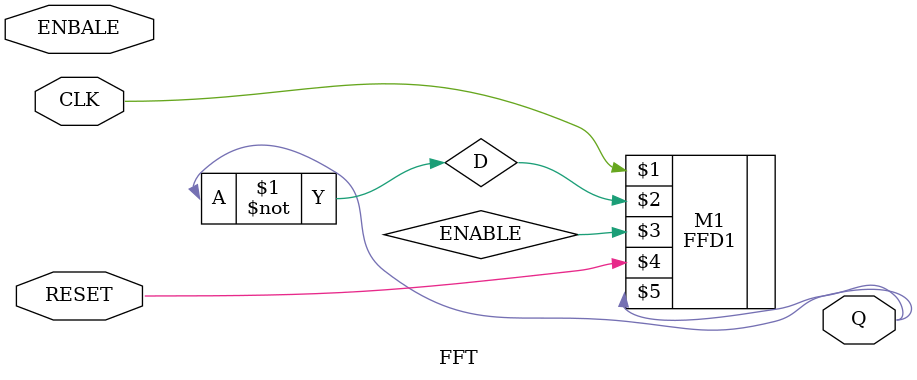
<source format=v>
`include "FFD.v"

module FFT(input wire CLK, RESET, ENBALE, output wire Q); 

	wire D; 

	FFD1 M1(CLK, D, ENABLE, RESET, Q); 

	not (D, Q); 

endmodule 
</source>
